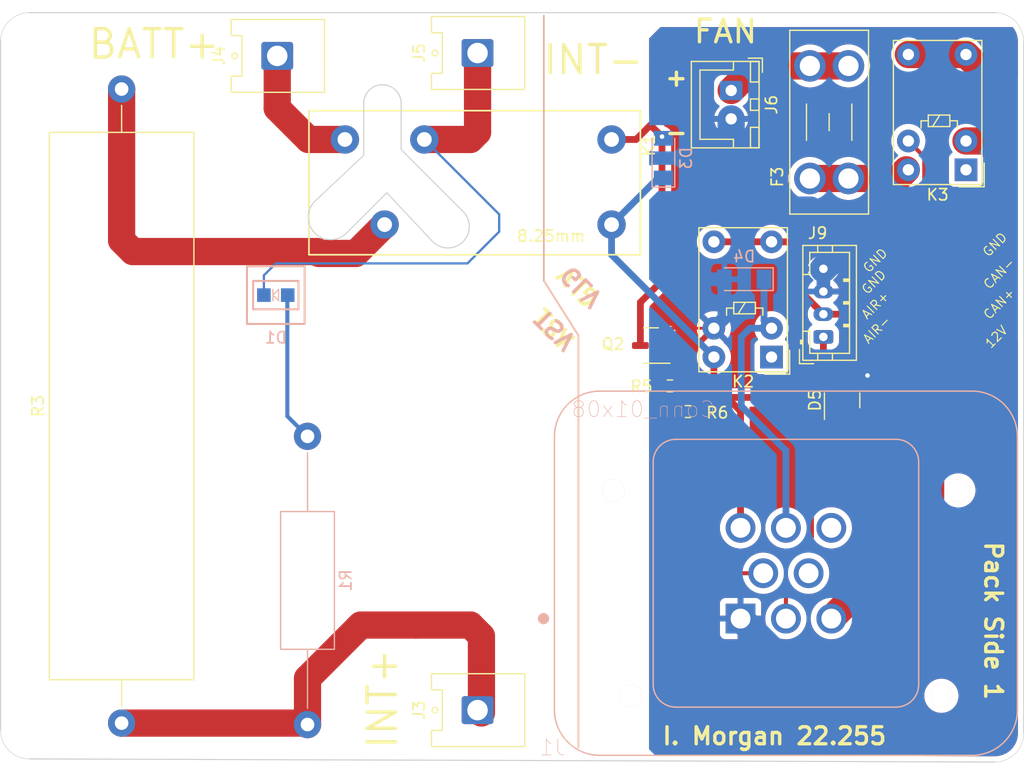
<source format=kicad_pcb>
(kicad_pcb (version 20211014) (generator pcbnew)
  (layers (0 "F.Cu" signal) (31 "B.Cu" signal) (34 "B.Paste" user) (35 "F.Paste" user) (36 "B.SilkS" user "B.Silkscreen") (37 "F.SilkS" user "F.Silkscreen") (38 "B.Mask" user) (39 "F.Mask" user) (44 "Edge.Cuts" user))
  (net 0 "")
  (net 1 "/INT-")
  (net 2 "Net-(D1-Pad2)")
  (net 3 "Net-(D3-Pad2)")
  (net 4 "/MAIN_CONT")
  (net 5 "GND")
  (net 6 "/AIR_B+")
  (net 7 "unconnected-(J1-Pad8)")
  (net 9 "/B+")
  (net 10 "+12V")
  (net 11 "/PRECHARGE")
  (net 12 "/AIR_B-")
  (net 13 "/INT+")
  (net 14 "Net-(K1-Pad5)")
  (net 16 "Net-(Q2-Pad1)")
  (net 17 "Net-(F3-Pad2)")
  (net 18 "/FAN_OUT")
  (net 19 "/BMS_FAN")
  (footprint "Connector_JST:JST_PH_B4B-PH-K_1x04_P2.00mm_Vertical" (layer "F.Cu") (at 186.182 78.105 90)
    (fp_text reference "J9" (at 9.144 -0.508) (layer "F.SilkS"))
    (fp_text value "JST PH")
    (fp_line (start -2.36 -2.11) (end -2.36 -0.86) (layer "F.SilkS") (width 0.12))
    (fp_line (start 8.06 0.8) (end 7.45 0.8) (layer "F.SilkS") (width 0.12))
    (fp_line (start 0.5 -1.81) (end 0.5 -1.2) (layer "F.SilkS") (width 0.12))
    (fp_line (start 2.9 2.3) (end 2.9 1.8) (layer "F.SilkS") (width 0.12))
    (fp_line (start -0.3 -1.81) (end -0.3 -2.01) (layer "F.SilkS") (width 0.12))
    (fp_line (start 0.9 2.3) (end 0.9 1.8) (layer "F.SilkS") (width 0.12))
    (fp_line (start 8.06 -0.5) (end 7.45 -0.5) (layer "F.SilkS") (width 0.12))
    (fp_line (start -2.06 -0.5) (end -1.45 -0.5) (layer "F.SilkS") (width 0.12))
    (fp_line (start -0.3 -1.91) (end -0.6 -1.91) (layer "F.SilkS") (width 0.12))
    (fp_line (start 5 2.3) (end 5 1.8) (layer "F.SilkS") (width 0.12))
    (fp_line (start -0.3 -2.01) (end -0.6 -2.01) (layer "F.SilkS") (width 0.12))
    (fp_line (start -2.06 -1.81) (end -2.06 2.91) (layer "F.SilkS") (width 0.12))
    (fp_line (start 1 2.3) (end 1 1.8) (layer "F.SilkS") (width 0.12))
    (fp_line (start 3 2.3) (end 3 1.8) (layer "F.SilkS") (width 0.12))
    (fp_line (start -1.45 2.3) (end 7.45 2.3) (layer "F.SilkS") (width 0.12))
    (fp_line (start -0.6 -2.01) (end -0.6 -1.81) (layer "F.SilkS") (width 0.12))
    (fp_line (start 4.9 1.8) (end 5.1 1.8) (layer "F.SilkS") (width 0.12))
    (fp_line (start 7.45 -1.2) (end 5.5 -1.2) (layer "F.SilkS") (width 0.12))
    (fp_line (start 7.45 2.3) (end 7.45 -1.2) (layer "F.SilkS") (width 0.12))
    (fp_line (start 8.06 -1.81) (end -2.06 -1.81) (layer "F.SilkS") (width 0.12))
    (fp_line (start -1.45 -1.2) (end -1.45 2.3) (layer "F.SilkS") (width 0.12))
    (fp_line (start -2.06 2.91) (end 8.06 2.91) (layer "F.SilkS") (width 0.12))
    (fp_line (start 3.1 1.8) (end 3.1 2.3) (layer "F.SilkS") (width 0.12))
    (fp_line (start -2.06 0.8) (end -1.45 0.8) (layer "F.SilkS") (width 0.12))
    (fp_line (start 8.06 2.91) (end 8.06 -1.81) (layer "F.SilkS") (width 0.12))
    (fp_line (start 5.5 -1.2) (end 5.5 -1.81) (layer "F.SilkS") (width 0.12))
    (fp_line (start 4.9 2.3) (end 4.9 1.8) (layer "F.SilkS") (width 0.12))
    (fp_line (start 5.1 1.8) (end 5.1 2.3) (layer "F.SilkS") (width 0.12))
    (fp_line (start 0.9 1.8) (end 1.1 1.8) (layer "F.SilkS") (width 0.12))
    (fp_line (start 0.5 -1.2) (end -1.45 -1.2) (layer "F.SilkS") (width 0.12))
    (fp_line (start -1.11 -2.11) (end -2.36 -2.11) (layer "F.SilkS") (width 0.12))
    (fp_line (start 2.9 1.8) (end 3.1 1.8) (layer "F.SilkS") (width 0.12))
    (fp_line (start 1.1 1.8) (end 1.1 2.3) (layer "F.SilkS") (width 0.12))
    (pad "1" thru_hole roundrect locked (at 0 0 90) (size 1.2 1.75) (drill 0.75) (layers *.Cu *.Mask) (roundrect_rratio 0.2083333333) (net 12 "/AIR_B-"))
    (pad "2" thru_hole oval locked (at 2 0 90) (size 1.2 1.75) (drill 0.75) (layers *.Cu *.Mask) (net 6 "/AIR_B+"))
    (pad "3" thru_hole oval locked (at 4 0 90) (size 1.2 1.75) (drill 0.75) (layers *.Cu *.Mask) (net 5 "GND"))
    (pad "4" thru_hole oval locked (at 6 0 90) (size 1.2 1.75) (drill 0.75) (layers *.Cu *.Mask) (net 5 "GND"))
  )
  (footprint "Relay_THT:Relay_SPDT_Omron_G5V-1" (layer "F.Cu") (at 198.7495 63.3775 180)
    (fp_text reference "K3" (at 2.5 -2.2) (layer "F.SilkS"))
    (fp_text value "G5V-1")
    (fp_line (start 3.327 3.81) (end 1.422 3.81) (layer "F.SilkS") (width 0.12))
    (fp_line (start 0.762 3.683) (end 0.762 4.318) (layer "F.SilkS") (width 0.12))
    (fp_line (start 6.4 11.4) (end -1.4 11.4) (layer "F.SilkS") (width 0.12))
    (fp_line (start 1.422 4.826) (end 3.327 4.826) (layer "F.SilkS") (width 0.12))
    (fp_line (start -1.4 -1.3) (end 6.4 -1.3) (layer "F.SilkS") (width 0.12))
    (fp_line (start 3.962 4.318) (end 3.327 4.318) (layer "F.SilkS") (width 0.12))
    (fp_line (start 1.422 3.81) (end 1.422 4.826) (layer "F.SilkS") (width 0.12))
    (fp_line (start 2.946 3.81) (end 2.311 4.826) (layer "F.SilkS") (width 0.12))
    (fp_line (start -1.6 0.6) (end -1.6 -1.5) (layer "F.SilkS") (width 0.12))
    (fp_line (start 3.962 3.683) (end 3.962 4.318) (layer "F.SilkS") (width 0.12))
    (fp_line (start 6.4 -1.3) (end 6.4 11.4) (layer "F.SilkS") (width 0.12))
    (fp_line (start 0.762 4.318) (end 1.422 4.318) (layer "F.SilkS") (width 0.12))
    (fp_line (start -1.4 11.4) (end -1.4 -1.3) (layer "F.SilkS") (width 0.12))
    (fp_line (start 3.327 3.81) (end 3.327 4.826) (layer "F.SilkS") (width 0.12))
    (fp_line (start -1.6 -1.5) (end 0.6 -1.5) (layer "F.SilkS") (width 0.12))
    (pad "1" thru_hole rect locked (at 0 0 180) (size 2 2) (drill 1) (layers *.Cu *.Mask))
    (pad "2" thru_hole circle locked (at 0 2.54 180) (size 2 2) (drill 1) (layers *.Cu *.Mask) (net 10 "+12V"))
    (pad "5" thru_hole circle locked (at 0 10.16 180) (size 2 2) (drill 1) (layers *.Cu *.Mask) (net 10 "+12V"))
    (pad "6" thru_hole circle locked (at 5.08 10.16 180) (size 2 2) (drill 1) (layers *.Cu *.Mask) (net 10 "+12V"))
    (pad "9" thru_hole circle locked (at 5.08 2.54 180) (size 2 2) (drill 1) (layers *.Cu *.Mask) (net 19 "/BMS_FAN"))
    (pad "10" thru_hole circle locked (at 5.08 0 180) (size 2 2) (drill 1) (layers *.Cu *.Mask) (net 18 "/FAN_OUT"))
  )
  (footprint "AERO_Footprints:G2RL" (layer "F.Cu") (at 154.813 64.516 180)
    (fp_text reference "K1" (at -16.002 3.302 90) (layer "F.SilkS"))
    (fp_text value "G2RL")
    (fp_line (start -15.24 -6.35) (end 13.97 -6.35) (layer "F.SilkS") (width 0.15))
    (fp_line (start 13.97 -6.35) (end 13.97 6.35) (layer "F.SilkS") (width 0.15))
    (fp_line (start -15.24 6.35) (end -15.24 -6.35) (layer "F.SilkS") (width 0.15))
    (fp_line (start 13.97 6.35) (end -15.24 6.35) (layer "F.SilkS") (width 0.15))
    (pad "1" thru_hole circle locked (at 3.8 3.81 180) (size 2.5 2.5) (drill 1.3) (layers *.Cu *.Mask) (net 1 "/INT-"))
    (pad "2" thru_hole circle locked (at -12.7 -3.69 180) (size 2.5 2.5) (drill 1.3) (layers *.Cu *.Mask) (net 12 "/AIR_B-"))
    (pad "5" thru_hole circle locked (at 7.3 -3.69 180) (size 2.5 2.5) (drill 1.3) (layers *.Cu *.Mask) (net 14 "Net-(K1-Pad5)"))
    (pad "9" thru_hole circle locked (at -12.7 3.81 180) (size 2.5 2.5) (drill 1.3) (layers *.Cu *.Mask) (net 3 "Net-(D3-Pad2)"))
    (pad "10" thru_hole circle locked (at 10.8 3.81 180) (size 2.5 2.5) (drill 1.3) (layers *.Cu *.Mask) (net 9 "/B+"))
  )
  (footprint "AERO_Footprints:Fuseholder_Blade_Mini_Keystone_3568" (layer "F.Cu") (at 184.99 64.142 90)
    (fp_text reference "F3" (at 0.134 -2.872 90) (layer "F.SilkS"))
    (fp_text value "Fuse")
    (fp_line (start 6.56 3.7) (end 3.36 3.7) (layer "F.SilkS") (width 0.12))
    (fp_line (start 13.06 -1.77) (end -3.14 -1.77) (layer "F.SilkS") (width 0.12))
    (fp_line (start 3.36 -0.3) (end 6.56 -0.3) (layer "F.SilkS") (width 0.12))
    (fp_line (start -3.14 5.17) (end 13.06 5.17) (layer "F.SilkS") (width 0.12))
    (fp_line (start 4.21 1.7) (end 5.71 1.7) (layer "F.SilkS") (width 0.12))
    (fp_line (start -3.14 -1.77) (end -3.14 5.17) (layer "F.SilkS") (width 0.12))
    (fp_line (start 13.06 5.17) (end 13.06 -1.77) (layer "F.SilkS") (width 0.12))
    (pad "1" thru_hole circle locked (at 0 3.4 90) (size 2.78 2.78) (drill 1.78) (layers *.Cu *.Mask) (net 18 "/FAN_OUT"))
    (pad "1" thru_hole circle locked (at 0 0 90) (size 2.78 2.78) (drill 1.78) (layers *.Cu *.Mask) (net 18 "/FAN_OUT"))
    (pad "2" thru_hole circle locked (at 9.92 0 90) (size 2.78 2.78) (drill 1.78) (layers *.Cu *.Mask) (net 17 "Net-(F3-Pad2)"))
    (pad "2" thru_hole circle locked (at 9.92 3.4 90) (size 2.78 2.78) (drill 1.78) (layers *.Cu *.Mask) (net 17 "Net-(F3-Pad2)"))
  )
  (footprint "Connector_Hirose:Hirose_DF63M-1P-3.96DSA_1x01_P3.96mm_Vertical" (layer "F.Cu") (at 155.702 110.998 90)
    (fp_text reference "J3" (at 0 -5.15 90) (layer "F.SilkS"))
    (fp_text value "Conn_01x01")
    (fp_line (start 0 4.16) (end 3.21 4.16) (layer "F.SilkS") (width 0.12))
    (fp_line (start 3.21 4.16) (end 3.21 -4.06) (layer "F.SilkS") (width 0.12))
    (fp_line (start 1.79 -4.06) (end 1.79 -3.11) (layer "F.SilkS") (width 0.12))
    (fp_line (start 3.21 -4.06) (end 1.79 -4.06) (layer "F.SilkS") (width 0.12))
    (fp_line (start 1.79 -3.11) (end 0 -3.11) (layer "F.SilkS") (width 0.12))
    (fp_line (start -3.21 -4.06) (end -1.79 -4.06) (layer "F.SilkS") (width 0.12))
    (fp_line (start 0 4.16) (end -3.21 4.16) (layer "F.SilkS") (width 0.12))
    (fp_line (start -1.79 -3.11) (end 0 -3.11) (layer "F.SilkS") (width 0.12))
    (fp_line (start -1.79 -4.06) (end -1.79 -3.11) (layer "F.SilkS") (width 0.12))
    (fp_line (start -3.21 4.16) (end -3.21 -4.06) (layer "F.SilkS") (width 0.12))
    (fp_circle (center 0 -3.75) (end 0.25 -3.75) (layer "F.SilkS") (width 0.12) (fill none))
    (pad "" np_thru_hole circle locked (at -1.5 3.25 90) (size 1.6 1.6) (drill 1.6) (layers *.Cu *.Mask))
    (pad "1" thru_hole roundrect locked (at 0 0 90) (size 2.46 2.8) (drill 1.8) (layers *.Cu *.Mask) (roundrect_rratio 0.1016260163) (net 13 "/INT+"))
  )
  (footprint "Package_TO_SOT_SMD:SOT-23" (layer "F.Cu") (at 170.9905 78.867 180)
    (fp_text reference "Q2" (at 3.3505 0.127) (layer "F.SilkS"))
    (fp_text value "MMBT2222A")
    (fp_line (start 0 -1.56) (end -1.675 -1.56) (layer "F.SilkS") (width 0.12))
    (fp_line (start 0 -1.56) (end 0.65 -1.56) (layer "F.SilkS") (width 0.12))
    (fp_line (start 0 1.56) (end -0.65 1.56) (layer "F.SilkS") (width 0.12))
    (fp_line (start 0 1.56) (end 0.65 1.56) (layer "F.SilkS") (width 0.12))
    (pad "1" smd roundrect locked (at -0.9375 -0.95 180) (size 1.475 0.6) (layers "F.Cu" "F.Paste" "F.Mask") (net 16 "Net-(Q2-Pad1)"))
    (pad "2" smd roundrect locked (at -0.9375 0.95 180) (size 1.475 0.6) (layers "F.Cu" "F.Paste" "F.Mask") (net 5 "GND"))
    (pad "3" smd roundrect locked (at 0.9375 0 180) (size 1.475 0.6) (layers "F.Cu" "F.Paste" "F.Mask") (net 3 "Net-(D3-Pad2)"))
  )
  (footprint "Connector_JST:JST_XH_B2B-XH-A_1x02_P2.50mm_Vertical" (layer "F.Cu") (at 178.054 56.388 -90)
    (fp_text reference "J6" (at 1.25 -3.55 90) (layer "F.SilkS"))
    (fp_text value "Conn_01x02")
    (fp_line (start -2.55 -1.7) (end -0.75 -1.7) (layer "F.SilkS") (width 0.12))
    (fp_line (start -0.75 -2.45) (end -2.55 -2.45) (layer "F.SilkS") (width 0.12))
    (fp_line (start 5.06 -2.46) (end -2.56 -2.46) (layer "F.SilkS") (width 0.12))
    (fp_line (start -0.75 -1.7) (end -0.75 -2.45) (layer "F.SilkS") (width 0.12))
    (fp_line (start -1.8 2.75) (end 1.25 2.75) (layer "F.SilkS") (width 0.12))
    (fp_line (start -1.6 -2.75) (end -2.85 -2.75) (layer "F.SilkS") (width 0.12))
    (fp_line (start 0.75 -2.45) (end 0.75 -1.7) (layer "F.SilkS") (width 0.12))
    (fp_line (start 5.06 3.51) (end 5.06 -2.46) (layer "F.SilkS") (width 0.12))
    (fp_line (start 5.05 -1.7) (end 5.05 -2.45) (layer "F.SilkS") (width 0.12))
    (fp_line (start 1.75 -1.7) (end 1.75 -2.45) (layer "F.SilkS") (width 0.12))
    (fp_line (start 1.75 -2.45) (end 0.75 -2.45) (layer "F.SilkS") (width 0.12))
    (fp_line (start 4.3 2.75) (end 1.25 2.75) (layer "F.SilkS") (width 0.12))
    (fp_line (start -2.55 -2.45) (end -2.55 -1.7) (layer "F.SilkS") (width 0.12))
    (fp_line (start 0.75 -1.7) (end 1.75 -1.7) (layer "F.SilkS") (width 0.12))
    (fp_line (start 5.05 -0.2) (end 4.3 -0.2) (layer "F.SilkS") (width 0.12))
    (fp_line (start 5.05 -2.45) (end 3.25 -2.45) (layer "F.SilkS") (width 0.12))
    (fp_line (start -2.56 3.51) (end 5.06 3.51) (layer "F.SilkS") (width 0.12))
    (fp_line (start -2.56 -2.46) (end -2.56 3.51) (layer "F.SilkS") (width 0.12))
    (fp_line (start 3.25 -2.45) (end 3.25 -1.7) (layer "F.SilkS") (width 0.12))
    (fp_line (start 3.25 -1.7) (end 5.05 -1.7) (layer "F.SilkS") (width 0.12))
    (fp_line (start -2.85 -2.75) (end -2.85 -1.5) (layer "F.SilkS") (width 0.12))
    (fp_line (start -2.55 -0.2) (end -1.8 -0.2) (layer "F.SilkS") (width 0.12))
    (fp_line (start 4.3 -0.2) (end 4.3 2.75) (layer "F.SilkS") (width 0.12))
    (fp_line (start -1.8 -0.2) (end -1.8 2.75) (layer "F.SilkS") (width 0.12))
    (pad "1" thru_hole roundrect locked (at 0 0 270) (size 1.7 2) (drill 1) (layers *.Cu *.Mask) (roundrect_rratio 0.1470588235) (net 17 "Net-(F3-Pad2)"))
    (pad "2" thru_hole oval locked (at 2.5 0 270) (size 1.7 2) (drill 1) (layers *.Cu *.Mask) (net 5 "GND"))
  )
  (footprint "Resistor_SMD:R_0603_1608Metric" (layer "F.Cu") (at 172.656 82.423)
    (fp_text reference "R5" (at -2.5014 0.0508) (layer "F.SilkS"))
    (fp_text value "10k")
    (fp_line (start -0.237258 -0.5225) (end 0.237258 -0.5225) (layer "F.SilkS") (width 0.12))
    (fp_line (start -0.237258 0.5225) (end 0.237258 0.5225) (layer "F.SilkS") (width 0.12))
    (pad "1" smd roundrect locked (at -0.825 0) (size 0.8 0.95) (layers "F.Cu" "F.Paste" "F.Mask") (net 16 "Net-(Q2-Pad1)"))
    (pad "2" smd roundrect locked (at 0.825 0) (size 0.8 0.95) (layers "F.Cu" "F.Paste" "F.Mask") (net 11 "/PRECHARGE"))
  )
  (footprint "Resistor_THT:R_Axial_Power_L48.0mm_W12.5mm_P55.88mm" (layer "F.Cu") (at 124.333 112.141 90)
    (fp_text reference "R3" (at 27.94 -7.37 90) (layer "F.SilkS"))
    (fp_text value "500")
    (fp_line (start 52.06 6.37) (end 52.06 -6.37) (layer "F.SilkS") (width 0.12))
    (fp_line (start 3.82 6.37) (end 52.06 6.37) (layer "F.SilkS") (width 0.12))
    (fp_line (start 1.44 0) (end 3.82 0) (layer "F.SilkS") (width 0.12))
    (fp_line (start 52.06 -6.37) (end 3.82 -6.37) (layer "F.SilkS") (width 0.12))
    (fp_line (start 54.44 0) (end 52.06 0) (layer "F.SilkS") (width 0.12))
    (fp_line (start 3.82 -6.37) (end 3.82 6.37) (layer "F.SilkS") (width 0.12))
    (pad "1" thru_hole circle (at 0 0 90) (size 2.4 2.4) (drill 1.2) (layers *.Cu *.Mask) (net 13 "/INT+"))
    (pad "2" thru_hole oval (at 55.88 0 90) (size 2.4 2.4) (drill 1.2) (layers *.Cu *.Mask) (net 14 "Net-(K1-Pad5)"))
  )
  (footprint "Connector_Hirose:Hirose_DF63M-1P-3.96DSA_1x01_P3.96mm_Vertical" (layer "F.Cu") (at 138.049 53.34 90)
    (fp_text reference "J4" (at 0 -5.15 90) (layer "F.SilkS"))
    (fp_text value "Conn_01x01")
    (fp_line (start 0 4.16) (end 3.21 4.16) (layer "F.SilkS") (width 0.12))
    (fp_line (start -1.79 -3.11) (end 0 -3.11) (layer "F.SilkS") (width 0.12))
    (fp_line (start 0 4.16) (end -3.21 4.16) (layer "F.SilkS") (width 0.12))
    (fp_line (start 3.21 -4.06) (end 1.79 -4.06) (layer "F.SilkS") (width 0.12))
    (fp_line (start -1.79 -4.06) (end -1.79 -3.11) (layer "F.SilkS") (width 0.12))
    (fp_line (start 1.79 -4.06) (end 1.79 -3.11) (layer "F.SilkS") (width 0.12))
    (fp_line (start 1.79 -3.11) (end 0 -3.11) (layer "F.SilkS") (width 0.12))
    (fp_line (start 3.21 4.16) (end 3.21 -4.06) (layer "F.SilkS") (width 0.12))
    (fp_line (start -3.21 -4.06) (end -1.79 -4.06) (layer "F.SilkS") (width 0.12))
    (fp_line (start -3.21 4.16) (end -3.21 -4.06) (layer "F.SilkS") (width 0.12))
    (fp_circle (center 0 -3.75) (end 0.25 -3.75) (layer "F.SilkS") (width 0.12) (fill none))
    (pad "" np_thru_hole circle locked (at -1.5 3.25 90) (size 1.6 1.6) (drill 1.6) (layers *.Cu *.Mask))
    (pad "1" thru_hole roundrect locked (at 0 0 90) (size 2.46 2.8) (drill 1.8) (layers *.Cu *.Mask) (roundrect_rratio 0.1016260163) (net 9 "/B+"))
  )
  (footprint "Package_TO_SOT_SMD:SOT-23" (layer "F.Cu") (at 187.833 83.693 90)
    (fp_text reference "D5" (at 0 -2.4 90) (layer "F.SilkS"))
    (fp_text value "MMBZxx")
    (fp_line (start 0 -1.56) (end -1.675 -1.56) (layer "F.SilkS") (width 0.12))
    (fp_line (start 0 1.56) (end 0.65 1.56) (layer "F.SilkS") (width 0.12))
    (fp_line (start 0 -1.56) (end 0.65 -1.56) (layer "F.SilkS") (width 0.12))
    (fp_line (start 0 1.56) (end -0.65 1.56) (layer "F.SilkS") (width 0.12))
    (pad "1" smd roundrect locked (at -0.9375 -0.95 90) (size 1.475 0.6) (layers "F.Cu" "F.Paste" "F.Mask") (net 12 "/AIR_B-"))
    (pad "2" smd roundrect locked (at -0.9375 0.95 90) (size 1.475 0.6) (layers "F.Cu" "F.Paste" "F.Mask") (net 6 "/AIR_B+"))
    (pad "3" smd roundrect locked (at 0.9375 0 90) (size 1.475 0.6) (layers "F.Cu" "F.Paste" "F.Mask") (net 5 "GND"))
  )
  (footprint "Connector_Hirose:Hirose_DF63M-1P-3.96DSA_1x01_P3.96mm_Vertical" (layer "F.Cu") (at 155.702 53.086 90)
    (fp_text reference "J5" (at 0 -5.15 90) (layer "F.SilkS"))
    (fp_text value "Conn_01x01")
    (fp_line (start -1.79 -4.06) (end -1.79 -3.11) (layer "F.SilkS") (width 0.12))
    (fp_line (start 1.79 -4.06) (end 1.79 -3.11) (layer "F.SilkS") (width 0.12))
    (fp_line (start 3.21 -4.06) (end 1.79 -4.06) (layer "F.SilkS") (width 0.12))
    (fp_line (start -3.21 4.16) (end -3.21 -4.06) (layer "F.SilkS") (width 0.12))
    (fp_line (start -3.21 -4.06) (end -1.79 -4.06) (layer "F.SilkS") (width 0.12))
    (fp_line (start 0 4.16) (end 3.21 4.16) (layer "F.SilkS") (width 0.12))
    (fp_line (start 0 4.16) (end -3.21 4.16) (layer "F.SilkS") (width 0.12))
    (fp_line (start -1.79 -3.11) (end 0 -3.11) (layer "F.SilkS") (width 0.12))
    (fp_line (start 1.79 -3.11) (end 0 -3.11) (layer "F.SilkS") (width 0.12))
    (fp_line (start 3.21 4.16) (end 3.21 -4.06) (layer "F.SilkS") (width 0.12))
    (fp_circle (center 0 -3.75) (end 0.25 -3.75) (layer "F.SilkS") (width 0.12) (fill none))
    (pad "" np_thru_hole circle locked (at -1.5 3.25 90) (size 1.6 1.6) (drill 1.6) (layers *.Cu *.Mask))
    (pad "1" thru_hole roundrect locked (at 0 0 90) (size 2.46 2.8) (drill 1.8) (layers *.Cu *.Mask) (roundrect_rratio 0.1016260163) (net 1 "/INT-"))
  )
  (footprint "Resistor_SMD:R_0603_1608Metric" (layer "F.Cu") (at 174.244 84.6836 180)
    (fp_text reference "R6" (at -2.5908 -0.1016) (layer "F.SilkS"))
    (fp_text value "2k")
    (fp_line (start -0.237258 -0.5225) (end 0.237258 -0.5225) (layer "F.SilkS") (width 0.12))
    (fp_line (start -0.237258 0.5225) (end 0.237258 0.5225) (layer "F.SilkS") (width 0.12))
    (pad "1" smd roundrect locked (at -0.825 0 180) (size 0.8 0.95) (layers "F.Cu" "F.Paste" "F.Mask") (net 5 "GND"))
    (pad "2" smd roundrect locked (at 0.825 0 180) (size 0.8 0.95) (layers "F.Cu" "F.Paste" "F.Mask") (net 11 "/PRECHARGE"))
  )
  (footprint "Relay_THT:Relay_SPDT_Omron_G5V-1" (layer "F.Cu") (at 181.61 79.883 180)
    (fp_text reference "K2" (at 2.5 -2.159) (layer "F.SilkS"))
    (fp_text value "G5V-1")
    (fp_line (start -1.6 -1.5) (end 0.6 -1.5) (layer "F.SilkS") (width 0.12))
    (fp_line (start 0.762 3.683) (end 0.762 4.318) (layer "F.SilkS") (width 0.12))
    (fp_line (start 3.962 3.683) (end 3.962 4.318) (layer "F.SilkS") (width 0.12))
    (fp_line (start -1.4 -1.3) (end 6.4 -1.3) (layer "F.SilkS") (width 0.12))
    (fp_line (start 1.422 4.826) (end 3.327 4.826) (layer "F.SilkS") (width 0.12))
    (fp_line (start 6.4 11.4) (end -1.4 11.4) (layer "F.SilkS") (width 0.12))
    (fp_line (start 3.327 3.81) (end 1.422 3.81) (layer "F.SilkS") (width 0.12))
    (fp_line (start 6.4 -1.3) (end 6.4 11.4) (layer "F.SilkS") (width 0.12))
    (fp_line (start -1.6 0.6) (end -1.6 -1.5) (layer "F.SilkS") (width 0.12))
    (fp_line (start 2.946 3.81) (end 2.311 4.826) (layer "F.SilkS") (width 0.12))
    (fp_line (start 1.422 3.81) (end 1.422 4.826) (layer "F.SilkS") (width 0.12))
    (fp_line (start 0.762 4.318) (end 1.422 4.318) (layer "F.SilkS") (width 0.12))
    (fp_line (start 3.327 3.81) (end 3.327 4.826) (layer "F.SilkS") (width 0.12))
    (fp_line (start -1.4 11.4) (end -1.4 -1.3) (layer "F.SilkS") (width 0.12))
    (fp_line (start 3.962 4.318) (end 3.327 4.318) (layer "F.SilkS") (width 0.12))
    (pad "1" thru_hole rect locked (at 0 0 180) (size 2 2) (drill 1) (layers *.Cu *.Mask))
    (pad "2" thru_hole circle locked (at 0 2.54 180) (size 2 2) (drill 1) (layers *.Cu *.Mask) (net 4 "/MAIN_CONT"))
    (pad "5" thru_hole circle locked (at 0 10.16 180) (size 2 2) (drill 1) (layers *.Cu *.Mask) (net 6 "/AIR_B+"))
    (pad "6" thru_hole circle locked (at 5.08 10.16 180) (size 2 2) (drill 1) (layers *.Cu *.Mask) (net 6 "/AIR_B+"))
    (pad "9" thru_hole circle locked (at 5.08 2.54 180) (size 2 2) (drill 1) (layers *.Cu *.Mask) (net 5 "GND"))
    (pad "10" thru_hole circle locked (at 5.08 0 180) (size 2 2) (drill 1) (layers *.Cu *.Mask) (net 12 "/AIR_B-"))
  )
  (footprint "Diode_SMD:D_MiniMELF" (layer "B.Cu") (at 172.085 62.35 90)
    (fp_text reference "D3" (at 0 2 90) (layer "B.SilkS") (effects (justify mirror)))
    (fp_text value "1N4148")
    (fp_line (start -2.55 -1) (end 1.75 -1) (layer "B.SilkS") (width 0.12))
    (fp_line (start 1.75 1) (end -2.55 1) (layer "B.SilkS") (width 0.12))
    (fp_line (start -2.55 1) (end -2.55 -1) (layer "B.SilkS") (width 0.12))
    (pad "1" smd rect locked (at -1.75 0 90) (size 1.3 1.7) (layers "B.Cu" "B.Paste" "B.Mask") (net 12 "/AIR_B-"))
    (pad "2" smd rect locked (at 1.75 0 90) (size 1.3 1.7) (layers "B.Cu" "B.Paste" "B.Mask") (net 3 "Net-(D3-Pad2)"))
  )
  (footprint "Diode_SMD:D_MiniMELF" (layer "B.Cu") (at 179.2025 73.0205 180)
    (fp_text reference "D4" (at 0 2) (layer "B.SilkS") (effects (justify mirror)))
    (fp_text value "1N4148")
    (fp_line (start -2.55 1) (end -2.55 -1) (layer "B.SilkS") (width 0.12))
    (fp_line (start 1.75 1) (end -2.55 1) (layer "B.SilkS") (width 0.12))
    (fp_line (start -2.55 -1) (end 1.75 -1) (layer "B.SilkS") (width 0.12))
    (pad "1" smd rect locked (at -1.75 0 180) (size 1.3 1.7) (layers "B.Cu" "B.Paste" "B.Mask") (net 4 "/MAIN_CONT"))
    (pad "2" smd rect locked (at 1.75 0 180) (size 1.3 1.7) (layers "B.Cu" "B.Paste" "B.Mask") (net 5 "GND"))
  )
  (footprint "AERO_Footprints:TE_1-776276-1_8pin_Vertical" (layer "B.Cu") (at 182.88 98.933)
    (fp_text reference "J1" (at -20.574 15.367) (layer "B.SilkS") (effects (font (size 1.40074 1.40074) (thickness 0.05)) (justify mirror)))
    (fp_text value "Conn_01x08" (at -12.5639 -14.4485) (layer "B.SilkS") (effects (font (size 1.40099 1.40099) (thickness 0.05)) (justify mirror)))
    (fp_line (start 11.7 9.8) (end 11.7 -9.8) (layer "B.SilkS") (width 0.127))
    (fp_line (start 16.4 16.05) (end -16.4 16.05) (layer "B.SilkS") (width 0.127))
    (fp_line (start 9.7 -11.8) (end -9.7 -11.8) (layer "B.SilkS") (width 0.127))
    (fp_line (start -16.4 -16.05) (end 16.4 -16.05) (layer "B.SilkS") (width 0.127))
    (fp_line (start -20.4 12.05) (end -20.4 -12.05) (layer "B.SilkS") (width 0.127))
    (fp_line (start 20.4 -12.05) (end 20.4 12.05) (layer "B.SilkS") (width 0.127))
    (fp_line (start -9.7 11.8) (end 9.7 11.8) (layer "B.SilkS") (width 0.127))
    (fp_line (start -11.7 -9.8) (end -11.7 9.8) (layer "B.SilkS") (width 0.127))
    (fp_arc (start -11.7 -9.8) (mid -11.114214 -11.214214) (end -9.7 -11.8) (layer "B.SilkS") (width 0.127))
    (fp_arc (start -20.4 -12.05) (mid -19.228427 -14.878427) (end -16.4 -16.05) (layer "B.SilkS") (width 0.127))
    (fp_arc (start 16.4 -16.05) (mid 19.228427 -14.878427) (end 20.4 -12.05) (layer "B.SilkS") (width 0.127))
    (fp_arc (start 9.7 -11.8) (mid 11.114214 -11.214214) (end 11.7 -9.8) (layer "B.SilkS") (width 0.127))
    (fp_arc (start 11.7 9.8) (mid 11.114214 11.214214) (end 9.7 11.8) (layer "B.SilkS") (width 0.127))
    (fp_arc (start 20.4 12.05) (mid 19.228427 14.878427) (end 16.4 16.05) (layer "B.SilkS") (width 0.127))
    (fp_arc (start -9.7 11.8) (mid -11.114214 11.214214) (end -11.7 9.8) (layer "B.SilkS") (width 0.127))
    (fp_arc (start -16.4 16.05) (mid -19.228427 14.878427) (end -20.4 12.05) (layer "B.SilkS") (width 0.127))
    (fp_circle (center -21.365 4) (end -21.115 4) (layer "B.SilkS") (width 0.5) (fill none))
    (pad "" np_thru_hole circle locked (at 13.7 10.8) (size 2 2) (drill 2) (layers *.Cu *.Mask "B.SilkS"))
    (pad "" np_thru_hole circle locked (at -15.2 -7.3) (size 2 2) (drill 2) (layers *.Cu *.Mask "B.SilkS"))
    (pad "" np_thru_hole circle locked (at 15.2 -7.3) (size 2 2) (drill 2) (layers *.Cu *.Mask "B.SilkS"))
    (pad "" np_thru_hole circle locked (at -13.7 10.8) (size 2 2) (drill 2) (layers *.Cu *.Mask "B.SilkS"))
    (pad "1" thru_hole rect locked (at -4 4) (size 2.625 2.625) (drill 1.75) (layers *.Cu *.Mask) (net 5 "GND"))
    (pad "2" thru_hole circle locked (at 0 4) (size 2.625 2.625) (drill 1.75) (layers *.Cu *.Mask) (net 19 "/BMS_FAN"))
    (pad "3" thru_hole circle locked (at 4 4) (size 2.625 2.625) (drill 1.75) (layers *.Cu *.Mask) (net 10 "+12V"))
    (pad "4" thru_hole circle locked (at -2 0) (size 2.625 2.625) (drill 1.75) (layers *.Cu *.Mask) (net 11 "/PRECHARGE"))
    (pad "5" thru_hole circle locked (at 2 0) (size 2.625 2.625) (drill 1.75) (layers *.Cu *.Mask))
    (pad "6" thru_hole circle locked (at -4 -4) (size 2.625 2.625) (drill 1.75) (layers *.Cu *.Mask) (net 12 "/AIR_B-"))
    (pad "7" thru_hole circle locked (at 0 -4) (size 2.625 2.625) (drill 1.75) (layers *.Cu *.Mask) (net 4 "/MAIN_CONT"))
    (pad "8" thru_hole circle locked (at 4 -4) (size 2.625 2.625) (drill 1.75) (layers *.Cu *.Mask) (net 7 "unconnected-(J1-Pad8)"))
  )
  (footprint "Resistor_THT:R_Axial_DIN0414_L11.9mm_D4.5mm_P25.40mm_Horizontal" (layer "B.Cu") (at 140.716 112.268 90)
    (fp_text reference "R1" (at 12.7 3.37 90) (layer "B.SilkS") (effects (justify mirror)))
    (fp_text value "1.5k")
    (fp_line (start 18.77 -2.37) (end 18.77 2.37) (layer "B.SilkS") (width 0.12))
    (fp_line (start 6.63 2.37) (end 6.63 -2.37) (layer "B.SilkS") (width 0.12))
    (fp_line (start 1.44 0) (end 6.63 0) (layer "B.SilkS") (width 0.12))
    (fp_line (start 18.77 2.37) (end 6.63 2.37) (layer "B.SilkS") (width 0.12))
    (fp_line (start 6.63 -2.37) (end 18.77 -2.37) (layer "B.SilkS") (width 0.12))
    (fp_line (start 23.96 0) (end 18.77 0) (layer "B.SilkS") (width 0.12))
    (pad "1" thru_hole circle locked (at 0 0 90) (size 2.4 2.4) (drill 1.2) (layers *.Cu *.Mask) (net 13 "/INT+"))
    (pad "2" thru_hole oval locked (at 25.4 0 90) (size 2.4 2.4) (drill 1.2) (layers *.Cu *.Mask) (net 2 "Net-(D1-Pad2)"))
  )
  (footprint "AERO_Footprints:LPA-C011301S-x LED 0805 LIGHT PIPE SINGLE VERT SMD" (layer "B.Cu") (at 137.922 74.422)
    (fp_text reference "D1" (at 0 3.75 180) (layer "B.SilkS") (effects (justify mirror)))
    (fp_text value "LED")
    (fp_line (start -2 -1.25) (end -2 1.25) (layer "B.SilkS") (width 0.18))
    (fp_line (start 2 -1.25) (end -2 -1.25) (layer "B.SilkS") (width 0.18))
    (fp_line (start -2 1.25) (end 2 1.25) (layer "B.SilkS") (width 0.18))
    (fp_line (start 2.54 2.54) (end 2.54 -2.54) (layer "B.SilkS") (width 0.18))
    (fp_line (start -0.25 0) (end 0.25 0.5) (layer "B.SilkS") (width 0.1))
    (fp_line (start -2.54 -2.54) (end -2.54 2.54) (layer "B.SilkS") (width 0.18))
    (fp_line (start 2.54 -2.54) (end -2.54 -2.54) (layer "B.SilkS") (width 0.18))
    (fp_line (start 0.25 0.5) (end 0.25 -0.5) (layer "B.SilkS") (width 0.1))
    (fp_line (start -0.25 0.5) (end -0.25 -0.5) (layer "B.SilkS") (width 0.1))
    (fp_line (start 0.25 -0.5) (end -0.25 0) (layer "B.SilkS") (width 0.1))
    (fp_line (start 2 1.25) (end 2 -1.25) (layer "B.SilkS") (width 0.18))
    (fp_line (start -2.54 2.54) (end 2.54 2.54) (layer "B.SilkS") (width 0.18))
    (pad "" np_thru_hole circle locked (at 1.89 -1.89) (size 1 1) (drill 1) (layers *.Cu *.Mask))
    (pad "" np_thru_hole circle locked (at -1.89 1.89) (size 1 1) (drill 1) (layers *.Cu *.Mask))
    (pad "1" smd rect locked (at -1.05 0) (size 1.2 1.2) (layers "B.Cu" "B.Paste" "B.Mask") (net 1 "/INT-"))
    (pad "2" smd rect locked (at 1.05 0) (size 1.2 1.2) (layers "B.Cu" "B.Paste" "B.Mask") (net 2 "Net-(D1-Pad2)"))
  )
  (gr_line (start 161.544 73.152) (end 161.544 49.784) (layer "B.SilkS") (width 0.15))
  (gr_line (start 164.592 77.978) (end 164.592 114.3) (layer "B.SilkS") (width 0.15))
  (gr_line (start 164.592 77.978) (end 161.544 73.152) (layer "B.SilkS") (width 0.15))
  (gr_line (start 161.544 73.152) (end 161.544 49.784) (layer "F.SilkS") (width 0.15))
  (gr_line (start 164.592 77.978) (end 164.592 114.3) (layer "F.SilkS") (width 0.15))
  (gr_line (start 164.592 77.978) (end 161.544 73.152) (layer "F.SilkS") (width 0.15))
  (gr_line (start 144.145 68.961) (end 147.701 65.405) (layer "Edge.Cuts") (width 0.1))
  (gr_arc (start 154.431999 67.056001) (mid 154.431999 69.722999) (end 151.765001 69.722999) (layer "Edge.Cuts") (width 0.1))
  (gr_line (start 154.431999 67.056001) (end 148.971 61.595) (layer "Edge.Cuts") (width 0.1))
  (gr_arc (start 144.145 68.961) (mid 141.351 68.961) (end 141.351 66.167) (layer "Edge.Cuts") (width 0.1))
  (gr_arc (start 116.205 115.297949) (mid 114.408949 114.554) (end 113.665 112.757949) (layer "Edge.Cuts") (width 0.05))
  (gr_line (start 151.765 69.723) (end 147.701 65.405) (layer "Edge.Cuts") (width 0.1))
  (gr_line (start 201.422 49.53) (end 116.205 49.53) (layer "Edge.Cuts") (width 0.1))
  (gr_line (start 203.835 113.03) (end 203.835 52.07) (layer "Edge.Cuts") (width 0.1))
  (gr_arc (start 201.422 49.53) (mid 203.130658 50.32087) (end 203.835 52.07) (layer "Edge.Cuts") (width 0.05))
  (gr_arc (start 145.669 57.531) (mid 147.32 55.88) (end 148.971 57.531) (layer "Edge.Cuts") (width 0.1))
  (gr_line (start 148.971 61.595) (end 148.971 57.531) (layer "Edge.Cuts") (width 0.1))
  (gr_line (start 113.665 51.924949) (end 113.665 112.757949) (layer "Edge.Cuts") (width 0.1))
  (gr_line (start 141.351 66.167) (end 145.669 62.103) (layer "Edge.Cuts") (width 0.1))
  (gr_line (start 145.669 57.531) (end 145.669 62.103) (layer "Edge.Cuts") (width 0.1))
  (gr_arc (start 113.665 51.924949) (mid 114.459478 50.223153) (end 116.205 49.53) (layer "Edge.Cuts") (width 0.05))
  (gr_line (start 116.205 115.297949) (end 201.295 115.57) (layer "Edge.Cuts") (width 0.1))
  (gr_arc (start 203.835 113.03) (mid 203.091051 114.826051) (end 201.295 115.57) (layer "Edge.Cuts") (width 0.05))
  (gr_text "GLV" (at 164.846 73.66 135) (layer "B.SilkS") (effects (font (size 1.5 1.5) (thickness 0.3)) (justify mirror)))
  (gr_text "TSV" (at 162.56 77.47 135) (layer "B.SilkS") (effects (font (size 1.5 1.5) (thickness 0.3)) (justify mirror)))
  (gr_text "CAN+" (at 201.676 75.184 45) (layer "F.SilkS") (effects (font (size 0.8 0.8) (thickness 0.1))))
  (gr_text "12V" (at 201.422 78.105 45) (layer "F.SilkS") (effects (font (size 0.8 0.8) (thickness 0.1))))
  (gr_text "AIR-" (at 190.881 77.47 45) (layer "F.SilkS") (effects (font (size 0.8 0.8) (thickness 0.1))))
  (gr_text "I. Morgan 22.255" (at 181.864 113.284) (layer "F.SilkS") (effects (font (size 1.5 1.5) (thickness 0.3))))
  (gr_text "INT-" (at 165.9128 53.6956) (layer "F.SilkS") (effects (font (size 2.5 2.5) (thickness 0.3))))
  (gr_text "AIR+" (at 190.754 75.311 45) (layer "F.SilkS") (effects (font (size 0.8 0.8) (thickness 0.1))))
  (gr_text "GLV" (at 164.592 73.66 135) (layer "F.SilkS") (effects (font (size 1.5 1.5) (thickness 0.3))))
  (gr_text "BATT+" (at 127.2032 52.2986) (layer "F.SilkS") (effects (font (size 2.5 2.5) (thickness 0.3))))
  (gr_text "GND" (at 190.627 73.279 45) (layer "F.SilkS") (effects (font (size 0.8 0.8) (thickness 0.1))))
  (gr_text "INT+" (at 147.32 109.982 90) (layer "F.SilkS") (effects (font (size 2.5 2.5) (thickness 0.3))))
  (gr_text "FAN" (at 177.546 51.181) (layer "F.SilkS") (effects (font (size 2 2) (thickness 0.3))))
  (gr_text "+\n\n-" (at 173.228 57.658) (layer "F.SilkS") (effects (font (size 1.5 1.5) (thickness 0.3))))
  (gr_text "Pack Side 1" (at 201.168 103.124 270) (layer "F.SilkS") (effects (font (size 1.5 1.5) (thickness 0.3))))
  (gr_text "GND" (at 190.754 71.374 45) (layer "F.SilkS") (effects (font (size 0.8 0.8) (thickness 0.1))))
  (gr_text "GND" (at 201.295 69.977 45) (layer "F.SilkS") (effects (font (size 0.8 0.8) (thickness 0.1))))
  (gr_text "CAN-\n" (at 201.676 72.517 45) (layer "F.SilkS") (effects (font (size 0.8 0.8) (thickness 0.1))))
  (gr_text "TSV" (at 162.306 77.47 315) (layer "F.SilkS") (effects (font (size 1.5 1.5) (thickness 0.3))))
  (gr_text "8.25mm " (at 162.56 69.215) (layer "F.SilkS") (effects (font (size 1 1))))
  (segment (start 155.702 60.071) (end 155.702 53.086) (width 2.4) (layer "F.Cu") (net 1))
  (segment (start 151.013 60.706) (end 155.067 60.706) (width 2.4) (layer "F.Cu") (net 1))
  (segment (start 155.067 60.706) (end 155.702 60.071) (width 2.4) (layer "F.Cu") (net 1))
  (segment (start 136.872 72.678) (end 137.922 71.628) (width 0.2) (layer "B.Cu") (net 1))
  (segment (start 154.813 71.628) (end 157.607 68.834) (width 0.2) (layer "B.Cu") (net 1))
  (segment (start 137.922 71.628) (end 154.813 71.628) (width 0.2) (layer "B.Cu") (net 1))
  (segment (start 157.607 68.834) (end 157.607 67.3) (width 0.2) (layer "B.Cu") (net 1))
  (segment (start 136.872 74.422) (end 136.872 72.678) (width 0.2) (layer "B.Cu") (net 1))
  (segment (start 157.607 67.3) (end 151.013 60.706) (width 0.2) (layer "B.Cu") (net 1))
  (segment (start 138.938 85.09) (end 140.716 86.868) (width 0.36) (layer "B.Cu") (net 2))
  (segment (start 138.938 74.563) (end 138.938 85.09) (width 0.36) (layer "B.Cu") (net 2))
  (segment (start 169.672 60.706) (end 167.513 60.706) (width 0.6) (layer "F.Cu") (net 3))
  (segment (start 170.942 59.436) (end 171.958 60.452) (width 0.6) (layer "F.Cu") (net 3))
  (segment (start 171.958 60.452) (end 171.958 73.152) (width 0.6) (layer "F.Cu") (net 3))
  (segment (start 170.942 59.436) (end 169.672 60.706) (width 0.6) (layer "F.Cu") (net 3))
  (segment (start 170.053 75.057) (end 170.053 78.867) (width 0.6) (layer "F.Cu") (net 3))
  (segment (start 171.958 73.152) (end 170.053 75.057) (width 0.6) (layer "F.Cu") (net 3))
  (via (at 171.958 60.452) (size 0.8) (drill 0.4) (layers "F.Cu" "B.Cu") (net 3))
  (segment (start 179.705 77.343) (end 178.943 78.105) (width 0.6) (layer "B.Cu") (net 4))
  (segment (start 182.88 88.138) (end 182.88 94.933) (width 0.6) (layer "B.Cu") (net 4))
  (segment (start 180.9525 73.0205) (end 180.9525 76.6855) (width 0.6) (layer "B.Cu") (net 4))
  (segment (start 180.9525 76.6855) (end 181.61 77.343) (width 0.6) (layer "B.Cu") (net 4))
  (segment (start 178.943 84.201) (end 182.88 88.138) (width 0.6) (layer "B.Cu") (net 4))
  (segment (start 178.943 78.105) (end 178.943 84.201) (width 0.6) (layer "B.Cu") (net 4))
  (segment (start 181.61 77.343) (end 179.705 77.343) (width 0.6) (layer "B.Cu") (net 4))
  (segment (start 174.371 77.343) (end 174.371 83.9856) (width 0.25) (layer "F.Cu") (net 5))
  (segment (start 188.8213 82.7555) (end 190.070606 81.506194) (width 0.6) (layer "F.Cu") (net 5))
  (segment (start 171.928 77.917) (end 172.502 77.343) (width 0.25) (layer "F.Cu") (net 5))
  (segment (start 187.833 82.7555) (end 188.8213 82.7555) (width 0.6) (layer "F.Cu") (net 5))
  (segment (start 174.371 77.343) (end 176.53 77.343) (width 0.25) (layer "F.Cu") (net 5))
  (segment (start 172.502 77.343) (end 174.371 77.343) (width 0.25) (layer "F.Cu") (net 5))
  (segment (start 174.371 83.9856) (end 175.069 84.6836) (width 0.25) (layer "F.Cu") (net 5))
  (via (at 190.070606 81.506194) (size 0.8) (drill 0.4) (layers "F.Cu" "B.Cu") (net 5))
  (segment (start 187.96 106.0958) (end 182.0428 106.0958) (width 2.4) (layer "B.Cu") (net 5))
  (segment (start 181.4352 66.932) (end 185.0166 66.932) (width 2.4) (layer "B.Cu") (net 5))
  (segment (start 182.0428 106.0958) (end 178.88 102.933) (width 2.4) (layer "B.Cu") (net 5))
  (segment (start 193.4464 100.6094) (end 187.96 106.0958) (width 2.4) (layer "B.Cu") (net 5))
  (segment (start 191.2112 80.3656) (end 193.4464 80.3656) (width 0.6) (layer "B.Cu") (net 5))
  (segment (start 186.182 74.105) (end 186.182 72.105) (width 1.2) (layer "B.Cu") (net 5))
  (segment (start 178.054 63.5508) (end 181.4352 66.932) (width 2.4) (layer "B.Cu") (net 5))
  (segment (start 193.4464 75.3618) (end 193.4464 80.3656) (width 2.4) (layer "B.Cu") (net 5))
  (segment (start 178.054 58.888) (end 178.054 63.5508) (width 2.4) (layer "B.Cu") (net 5))
  (segment (start 173.9392 67.6656) (end 173.9392 71.3572) (width 1.2) (layer "B.Cu") (net 5))
  (segment (start 185.0166 66.932) (end 187.2488 69.1642) (width 2.4) (layer "B.Cu") (net 5))
  (segment (start 178.054 63.5508) (end 173.9392 67.6656) (width 1.2) (layer "B.Cu") (net 5))
  (segment (start 175.6025 73.0205) (end 177.4525 73.0205) (width 1.2) (layer "B.Cu") (net 5))
  (segment (start 190.070606 81.506194) (end 191.2112 80.3656) (width 0.6) (layer "B.Cu") (net 5))
  (segment (start 193.4464 80.3656) (end 193.4464 100.6094) (width 2.4) (layer "B.Cu") (net 5))
  (segment (start 187.2488 71.0382) (end 186.182 72.105) (width 2.4) (layer "B.Cu") (net 5))
  (segment (start 177.4525 73.0205) (end 177.4525 76.4205) (width 1.2) (layer "B.Cu") (net 5))
  (segment (start 173.9392 71.3572) (end 175.6025 73.0205) (width 1.2) (layer "B.Cu") (net 5))
  (segment (start 187.2488 69.1642) (end 187.2488 71.0382) (width 2.4) (layer "B.Cu") (net 5))
  (segment (start 177.4525 76.4205) (end 176.53 77.343) (width 1.2) (layer "B.Cu") (net 5))
  (segment (start 187.2488 69.1642) (end 193.4464 75.3618) (width 2.4) (layer "B.Cu") (net 5))
  (segment (start 191.598 82.468) (end 191.598 77.9076) (width 0.6) (layer "F.Cu") (net 6))
  (segment (start 188.783 84.6305) (end 189.4355 84.6305) (width 0.6) (layer "F.Cu") (net 6))
  (segment (start 184.023 70.739) (end 183.007 69.723) (width 0.6) (layer "F.Cu") (net 6))
  (segment (start 189.7954 76.105) (end 186.182 76.105) (width 0.6) (layer "F.Cu") (net 6))
  (segment (start 189.4355 84.6305) (end 191.598 82.468) (width 0.6) (layer "F.Cu") (net 6))
  (segment (start 183.007 69.723) (end 181.61 69.723) (width 0.6) (layer "F.Cu") (net 6))
  (segment (start 181.61 69.723) (end 176.53 69.723) (width 0.6) (layer "F.Cu") (net 6))
  (segment (start 184.023 73.946) (end 186.182 76.105) (width 0.6) (layer "F.Cu") (net 6))
  (segment (start 191.598 77.9076) (end 189.7954 76.105) (width 0.6) (layer "F.Cu") (net 6))
  (segment (start 184.023 70.739) (end 184.023 73.946) (width 0.6) (layer "F.Cu") (net 6))
  (segment (start 186.88 94.933) (end 187.654999 95.707999) (width 0.2) (layer "F.Cu") (net 7))
  (segment (start 144.013 60.706) (end 140.801037 60.706) (width 2.4) (layer "F.Cu") (net 9))
  (segment (start 140.801037 60.706) (end 138.049 57.953963) (width 2.4) (layer "F.Cu") (net 9))
  (segment (start 138.049 57.953963) (end 138.049 53.34) (width 2.4) (layer "F.Cu") (net 9))
  (segment (start 201.676 56.144) (end 198.7495 53.2175) (width 2.4) (layer "F.Cu") (net 10))
  (segment (start 198.7495 53.2175) (end 193.6695 53.2175) (width 2.4) (layer "F.Cu") (net 10))
  (segment (start 201.676 61.504978) (end 201.008522 60.8375) (width 2.4) (layer "F.Cu") (net 10))
  (segment (start 201.676 77.570958) (end 201.676 61.504978) (width 2.4) (layer "F.Cu") (net 10))
  (segment (start 201.676 61.504978) (end 201.676 56.144) (width 2.4) (layer "F.Cu") (net 10))
  (segment (start 195.630479 94.182521) (end 195.630479 83.616479) (width 2.4) (layer "F.Cu") (net 10))
  (segment (start 201.008522 60.8375) (end 198.7495 60.8375) (width 2.4) (layer "F.Cu") (net 10))
  (segment (start 186.88 102.933) (end 195.630479 94.182521) (width 2.4) (layer "F.Cu") (net 10))
  (segment (start 195.630479 83.616479) (end 201.676 77.570958) (width 2.4) (layer "F.Cu") (net 10))
  (segment (start 173.355 84.581) (end 173.481 84.455) (width 0.36) (layer "F.Cu") (net 11))
  (segment (start 180.88 98.933) (end 176.403 98.933) (width 0.36) (layer "F.Cu") (net 11))
  (segment (start 173.355 95.885) (end 173.355 84.581) (width 0.36) (layer "F.Cu") (net 11))
  (segment (start 173.481 84.455) (end 173.481 82.423) (width 0.36) (layer "F.Cu") (net 11))
  (segment (start 176.403 98.933) (end 173.355 95.885) (width 0.36) (layer "F.Cu") (net 11))
  (segment (start 182.499 83.439) (end 183.769 83.439) (width 0.6) (layer "F.Cu") (net 12))
  (segment (start 177.673 83.439) (end 178.88 84.646) (width 0.6) (layer "F.Cu") (net 12))
  (segment (start 183.769 83.439) (end 184.9605 84.6305) (width 0.6) (layer "F.Cu") (net 12))
  (segment (start 184.9605 84.6305) (end 186.883 84.6305) (width 0.6) (layer "F.Cu") (net 12))
  (segment (start 176.53 82.296) (end 177.673 83.439) (width 0.6) (layer "F.Cu") (net 12))
  (segment (start 176.53 79.883) (end 176.53 82.296) (width 0.6) (layer "F.Cu") (net 12))
  (segment (start 182.499 83.439) (end 177.673 83.439) (width 0.6) (layer "F.Cu") (net 12))
  (segment (start 178.88 84.646) (end 178.88 94.933) (width 0.6) (layer "F.Cu") (net 12))
  (segment (start 183.769 83.439) (end 186.182 81.026) (width 0.6) (layer "F.Cu") (net 12))
  (segment (start 186.182 81.026) (end 186.182 78.105) (width 0.6) (layer "F.Cu") (net 12))
  (segment (start 167.513 70.866) (end 167.513 68.206) (width 0.6) (layer "B.Cu") (net 12))
  (segment (start 167.513 68.206) (end 171.619 64.1) (width 0.6) (layer "B.Cu") (net 12))
  (segment (start 176.53 79.883) (end 167.513 70.866) (width 0.6) (layer "B.Cu") (net 12))
  (segment (start 171.619 64.1) (end 172.085 64.1) (width 0.6) (layer "B.Cu") (net 12))
  (segment (start 145.161 103.754) (end 140.716 108.199) (width 2.4) (layer "F.Cu") (net 13))
  (segment (start 140.589 112.141) (end 140.716 112.268) (width 2.4) (layer "F.Cu") (net 13))
  (segment (start 155.067 103.5) (end 150.246 103.5) (width 2.4) (layer "F.Cu") (net 13))
  (segment (start 124.333 112.141) (end 140.589 112.141) (width 2.4) (layer "F.Cu") (net 13))
  (segment (start 150.246 103.5) (end 145.415 103.5) (width 2.4) (layer "F.Cu") (net 13))
  (segment (start 145.415 103.5) (end 145.161 103.754) (width 2.4) (layer "F.Cu") (net 13))
  (segment (start 156.045 104.478) (end 155.067 103.5) (width 2.4) (layer "F.Cu") (net 13))
  (segment (start 140.716 108.199) (end 140.716 112.268) (width 2.4) (layer "F.Cu") (net 13))
  (segment (start 156.045 111.251) (end 156.045 104.478) (width 2.4) (layer "F.Cu") (net 13))
  (segment (start 141.72706 70.750258) (end 144.968742 70.750258) (width 2.4) (layer "F.Cu") (net 14))
  (segment (start 125.318999 70.581999) (end 124.333 69.596) (width 2.4) (layer "F.Cu") (net 14))
  (segment (start 141.558801 70.581999) (end 141.72706 70.750258) (width 2.4) (layer "F.Cu") (net 14))
  (segment (start 125.318999 70.581999) (end 141.558801 70.581999) (width 2.4) (layer "F.Cu") (net 14))
  (segment (start 144.968742 70.750258) (end 147.513 68.206) (width 2.4) (layer "F.Cu") (net 14))
  (segment (start 124.333 69.596) (end 124.333 56.261) (width 2.4) (layer "F.Cu") (net 14))
  (segment (start 171.831 79.914) (end 171.928 79.817) (width 0.36) (layer "F.Cu") (net 16))
  (segment (start 171.831 82.423) (end 171.831 79.914) (width 0.36) (layer "F.Cu") (net 16))
  (segment (start 184.99 54.222) (end 180.22 54.222) (width 2.4) (layer "F.Cu") (net 17))
  (segment (start 188.39 54.222) (end 184.99 54.222) (width 2.4) (layer "F.Cu") (net 17))
  (segment (start 180.22 54.222) (end 178.054 56.388) (width 2.4) (layer "F.Cu") (net 17))
  (segment (start 184.99 64.142) (end 188.39 64.142) (width 2.4) (layer "F.Cu") (net 18))
  (segment (start 192.72798 64.142) (end 193.49248 63.3775) (width 2.4) (layer "F.Cu") (net 18))
  (segment (start 188.39 64.142) (end 192.72798 64.142) (width 2.4) (layer "F.Cu") (net 18))
  (segment (start 193.6695 60.8375) (end 195.072 62.24) (width 0.36) (layer "F.Cu") (net 19))
  (segment (start 185.166 90.678) (end 185.166 95.758) (width 0.36) (layer "F.Cu") (net 19))
  (segment (start 192.278 67.818) (end 192.278 83.566) (width 0.36) (layer "F.Cu") (net 19))
  (segment (start 182.88 98.044) (end 182.88 102.933) (width 0.36) (layer "F.Cu") (net 19))
  (segment (start 195.072 65.024) (end 192.278 67.818) (width 0.36) (layer "F.Cu") (net 19))
  (segment (start 192.278 83.566) (end 185.166 90.678) (width 0.36) (layer "F.Cu") (net 19))
  (segment (start 195.072 62.24) (end 195.072 65.024) (width 0.36) (layer "F.Cu") (net 19))
  (segment (start 185.166 95.758) (end 182.88 98.044) (width 0.36) (layer "F.Cu") (net 19))
  (zone (net 5) (net_name "GND") (layers F&B.Cu) (connect_pads (clearance 0.508)) (min_thickness 0.254) (fill yes (thermal_gap 0.508) (thermal_bridge_width 0.508) (smoothing chamfer) (radius 1))
    (polygon (pts (xy 203.835 115.443) (xy 170.815 115.443) (xy 170.823355 50.8) (xy 203.835 50.8)))
  )
)
</source>
